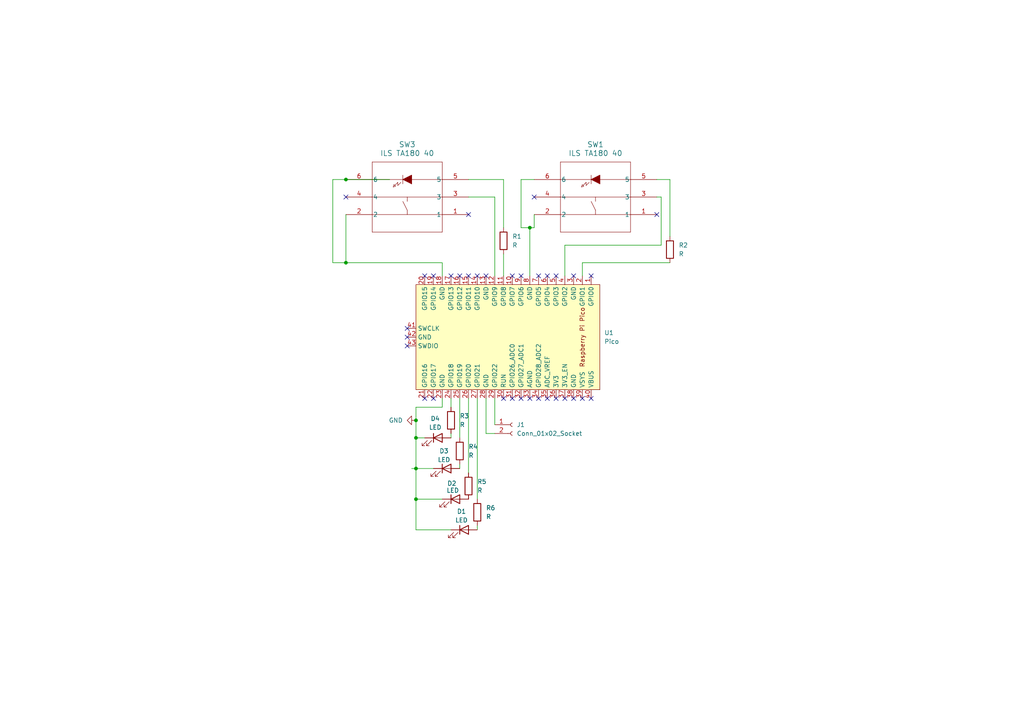
<source format=kicad_sch>
(kicad_sch (version 20231120) (generator "eeschema") (generator_version "8.0")
  (paper "A4")
  (lib_symbols
    (symbol "2025-01-25_16-22-55:ILS_TA180_40" (pin_names (offset 0.254))
      (property "Reference" "SW" (at 17.78 10.16 0))
      (property "Value" "ILS TA180 40" (at 17.78 7.62 0))
      (symbol "ILS_TA180_40_0_1"
        (polyline (pts (xy 7.62 -15.24) (xy 27.94 -15.24)) (stroke (width 0.127)))
        (polyline (pts (xy 7.62 -10.16) (xy 27.94 -10.16)) (stroke (width 0.127)))
        (polyline (pts (xy 7.62 -5.08) (xy 27.94 -5.08)) (stroke (width 0.127)))
        (polyline (pts (xy 7.62 0) (xy 27.94 0)) (stroke (width 0.127)))
        (polyline (pts (xy 7.62 5.08) (xy 7.62 -15.24)) (stroke (width 0.127)))
        (polyline (pts (xy 16.51 -11.43) (xy 19.05 -10.16)) (stroke (width 0.127)))
        (polyline (pts (xy 16.51 -8.89) (xy 16.51 -11.43)) (stroke (width 0.127)))
        (polyline (pts (xy 16.51 -8.89) (xy 19.05 -10.16)) (stroke (width 0.127)))
        (polyline (pts (xy 17.78 -3.81) (xy 17.78 -5.08)) (stroke (width 0.127)))
        (polyline (pts (xy 17.78 -1.27) (xy 19.05 -3.81)) (stroke (width 0.127)))
        (polyline (pts (xy 17.78 0) (xy 17.78 -1.27)) (stroke (width 0.127)))
        (polyline (pts (xy 19.05 -8.89) (xy 19.05 -11.43)) (stroke (width 0.127)))
        (polyline (pts (xy 19.608 -9.339) (xy 20.506 -8.441)) (stroke (width 0.127)))
        (polyline (pts (xy 20.506 -9.339) (xy 21.404 -8.441)) (stroke (width 0.127)))
        (polyline (pts (xy 20.506 -8.441) (xy 20.506 -9.339)) (stroke (width 0.127)))
        (polyline (pts (xy 21.1795 -8.2165) (xy 21.6285 -8.6655)) (stroke (width 0.127)))
        (polyline (pts (xy 21.1795 -8.2165) (xy 21.853 -7.992)) (stroke (width 0.127)))
        (polyline (pts (xy 21.853 -7.992) (xy 21.6285 -8.6655)) (stroke (width 0.127)))
        (polyline (pts (xy 27.94 -15.24) (xy 27.94 5.08)) (stroke (width 0.127)))
        (polyline (pts (xy 27.94 5.08) (xy 7.62 5.08)) (stroke (width 0.127)))
        (polyline (pts (xy 16.51 -8.89) (xy 16.51 -11.43) (xy 19.05 -10.16)) (fill (type outline)))
        (pin unspecified line (at 0 0 0) (length 7.62) (name "1") (number "1"))
        (pin unspecified line (at 35.56 0 180) (length 7.62) (name "2") (number "2"))
        (pin unspecified line (at 0 -5.08 0) (length 7.62) (name "3") (number "3"))
        (pin unspecified line (at 35.56 -5.08 180) (length 7.62) (name "4") (number "4"))
        (pin unspecified line (at 0 -10.16 0) (length 7.62) (name "5") (number "5"))
        (pin unspecified line (at 35.56 -10.16 180) (length 7.62) (name "6") (number "6"))
      )
    )
    (symbol "Connector:Conn_01x02_Socket" (pin_names (offset 1.016) hide)
      (property "Reference" "J" (at 0 2.54 0))
      (property "Value" "Conn_01x02_Socket" (at 0 -5.08 0))
      (symbol "Conn_01x02_Socket_1_1"
        (arc (start 0 -2.032) (mid -0.5058 -2.54) (end 0 -3.048) (stroke (width 0.1524)))
        (polyline (pts (xy -1.27 -2.54) (xy -0.508 -2.54)) (stroke (width 0.1524)))
        (polyline (pts (xy -1.27 0) (xy -0.508 0)) (stroke (width 0.1524)))
        (arc (start 0 0.508) (mid -0.5058 0) (end 0 -0.508) (stroke (width 0.1524)))
        (pin passive line (at -5.08 0 0) (length 3.81) (name "Pin_1") (number "1"))
        (pin passive line (at -5.08 -2.54 0) (length 3.81) (name "Pin_2") (number "2"))
      )
    )
    (symbol "Device:LED" (pin_numbers hide) (pin_names (offset 1.016) hide)
      (property "Reference" "D" (at 0 2.54 0))
      (property "Value" "LED" (at 0 -2.54 0))
      (symbol "LED_0_1"
        (polyline (pts (xy -1.27 -1.27) (xy -1.27 1.27)) (stroke (width 0.254)))
        (polyline (pts (xy -1.27 0) (xy 1.27 0)))
        (polyline (pts (xy 1.27 -1.27) (xy 1.27 1.27) (xy -1.27 0) (xy 1.27 -1.27)) (stroke (width 0.254)))
        (polyline (pts (xy -3.048 -0.762) (xy -4.572 -2.286) (xy -3.81 -2.286) (xy -4.572 -2.286) (xy -4.572 -1.524)))
        (polyline (pts (xy -1.778 -0.762) (xy -3.302 -2.286) (xy -2.54 -2.286) (xy -3.302 -2.286) (xy -3.302 -1.524)))
      )
      (symbol "LED_1_1"
        (pin passive line (at -3.81 0 0) (length 2.54) (name "K") (number "1"))
        (pin passive line (at 3.81 0 180) (length 2.54) (name "A") (number "2"))
      )
    )
    (symbol "Device:R" (pin_numbers hide) (pin_names (offset 0))
      (property "Reference" "R" (at 2.032 0 90))
      (property "Value" "R" (at 0 0 90))
      (symbol "R_0_1"
        (rectangle (start -1.016 -2.54) (end 1.016 2.54) (stroke (width 0.254)))
      )
      (symbol "R_1_1"
        (pin passive line (at 0 3.81 270) (length 1.27) (name "~") (number "1"))
        (pin passive line (at 0 -3.81 90) (length 1.27) (name "~") (number "2"))
      )
    )
    (symbol "MCU_RaspberryPi_and_Boards:Pico"
      (property "Reference" "U" (at -13.97 27.94 0))
      (property "Value" "Pico" (at 0 19.05 0))
      (symbol "Pico_0_0"
        (text "Raspberry Pi Pico" (at 0 21.59 0) (effects (font (size 1.27 1.27))))
      )
      (symbol "Pico_0_1"
        (rectangle (start -15.24 26.67) (end 15.24 -26.67) (fill (type background)))
      )
      (symbol "Pico_1_1"
        (pin bidirectional line (at -17.78 24.13 0) (length 2.54) (name "GPIO0") (number "1"))
        (pin bidirectional line (at -17.78 1.27 0) (length 2.54) (name "GPIO7") (number "10"))
        (pin bidirectional line (at -17.78 -1.27 0) (length 2.54) (name "GPIO8") (number "11"))
        (pin bidirectional line (at -17.78 -3.81 0) (length 2.54) (name "GPIO9") (number "12"))
        (pin power_in line (at -17.78 -6.35 0) (length 2.54) (name "GND") (number "13"))
        (pin bidirectional line (at -17.78 -8.89 0) (length 2.54) (name "GPIO10") (number "14"))
        (pin bidirectional line (at -17.78 -11.43 0) (length 2.54) (name "GPIO11") (number "15"))
        (pin bidirectional line (at -17.78 -13.97 0) (length 2.54) (name "GPIO12") (number "16"))
        (pin bidirectional line (at -17.78 -16.51 0) (length 2.54) (name "GPIO13") (number "17"))
        (pin power_in line (at -17.78 -19.05 0) (length 2.54) (name "GND") (number "18"))
        (pin bidirectional line (at -17.78 -21.59 0) (length 2.54) (name "GPIO14") (number "19"))
        (pin bidirectional line (at -17.78 21.59 0) (length 2.54) (name "GPIO1") (number "2"))
        (pin bidirectional line (at -17.78 -24.13 0) (length 2.54) (name "GPIO15") (number "20"))
        (pin bidirectional line (at 17.78 -24.13 180) (length 2.54) (name "GPIO16") (number "21"))
        (pin bidirectional line (at 17.78 -21.59 180) (length 2.54) (name "GPIO17") (number "22"))
        (pin power_in line (at 17.78 -19.05 180) (length 2.54) (name "GND") (number "23"))
        (pin bidirectional line (at 17.78 -16.51 180) (length 2.54) (name "GPIO18") (number "24"))
        (pin bidirectional line (at 17.78 -13.97 180) (length 2.54) (name "GPIO19") (number "25"))
        (pin bidirectional line (at 17.78 -11.43 180) (length 2.54) (name "GPIO20") (number "26"))
        (pin bidirectional line (at 17.78 -8.89 180) (length 2.54) (name "GPIO21") (number "27"))
        (pin power_in line (at 17.78 -6.35 180) (length 2.54) (name "GND") (number "28"))
        (pin bidirectional line (at 17.78 -3.81 180) (length 2.54) (name "GPIO22") (number "29"))
        (pin power_in line (at -17.78 19.05 0) (length 2.54) (name "GND") (number "3"))
        (pin input line (at 17.78 -1.27 180) (length 2.54) (name "RUN") (number "30"))
        (pin bidirectional line (at 17.78 1.27 180) (length 2.54) (name "GPIO26_ADC0") (number "31"))
        (pin bidirectional line (at 17.78 3.81 180) (length 2.54) (name "GPIO27_ADC1") (number "32"))
        (pin power_in line (at 17.78 6.35 180) (length 2.54) (name "AGND") (number "33"))
        (pin bidirectional line (at 17.78 8.89 180) (length 2.54) (name "GPIO28_ADC2") (number "34"))
        (pin power_in line (at 17.78 11.43 180) (length 2.54) (name "ADC_VREF") (number "35"))
        (pin power_in line (at 17.78 13.97 180) (length 2.54) (name "3V3") (number "36"))
        (pin input line (at 17.78 16.51 180) (length 2.54) (name "3V3_EN") (number "37"))
        (pin bidirectional line (at 17.78 19.05 180) (length 2.54) (name "GND") (number "38"))
        (pin power_in line (at 17.78 21.59 180) (length 2.54) (name "VSYS") (number "39"))
        (pin bidirectional line (at -17.78 16.51 0) (length 2.54) (name "GPIO2") (number "4"))
        (pin power_in line (at 17.78 24.13 180) (length 2.54) (name "VBUS") (number "40"))
        (pin input line (at -2.54 -29.21 90) (length 2.54) (name "SWCLK") (number "41"))
        (pin power_in line (at 0 -29.21 90) (length 2.54) (name "GND") (number "42"))
        (pin bidirectional line (at 2.54 -29.21 90) (length 2.54) (name "SWDIO") (number "43"))
        (pin bidirectional line (at -17.78 13.97 0) (length 2.54) (name "GPIO3") (number "5"))
        (pin bidirectional line (at -17.78 11.43 0) (length 2.54) (name "GPIO4") (number "6"))
        (pin bidirectional line (at -17.78 8.89 0) (length 2.54) (name "GPIO5") (number "7"))
        (pin power_in line (at -17.78 6.35 0) (length 2.54) (name "GND") (number "8"))
        (pin bidirectional line (at -17.78 3.81 0) (length 2.54) (name "GPIO6") (number "9"))
      )
    )
    (symbol "power:GND" (power) (pin_numbers hide) (pin_names (offset 0) hide)
      (property "Value" "GND" (at 0 -3.81 0))
      (symbol "GND_0_1"
        (polyline (pts (xy 0 0) (xy 0 -1.27) (xy 1.27 -1.27) (xy 0 -2.54) (xy -1.27 -1.27) (xy 0 -1.27)))
      )
      (symbol "GND_1_1"
        (pin power_in line (at 0 0 270) (length 0) (name "~") (number "1"))
      )
    )
  )
  (junction (at 120.65 144.78))
  (junction (at 153.67 66.04))
  (junction (at 120.65 121.92))
  (junction (at 120.65 135.89))
  (junction (at 120.65 127))
  (junction (at 100.33 76.2))
  (junction (at 100.33 52.07))
  (no_connect (at 158.75 115.57))
  (no_connect (at 118.11 95.25))
  (no_connect (at 158.75 80.01))
  (no_connect (at 125.73 115.57))
  (no_connect (at 140.97 80.01))
  (no_connect (at 168.91 115.57))
  (no_connect (at 100.33 57.15))
  (no_connect (at 146.05 115.57))
  (no_connect (at 148.59 80.01))
  (no_connect (at 118.11 97.79))
  (no_connect (at 166.37 80.01))
  (no_connect (at 151.13 80.01))
  (no_connect (at 118.11 100.33))
  (no_connect (at 133.35 80.01))
  (no_connect (at 138.43 80.01))
  (no_connect (at 161.29 80.01))
  (no_connect (at 161.29 115.57))
  (no_connect (at 156.21 115.57))
  (no_connect (at 123.19 80.01))
  (no_connect (at 130.81 80.01))
  (no_connect (at 154.94 57.15))
  (no_connect (at 151.13 115.57))
  (no_connect (at 171.45 115.57))
  (no_connect (at 125.73 80.01))
  (no_connect (at 163.83 115.57))
  (no_connect (at 166.37 115.57))
  (no_connect (at 171.45 80.01))
  (no_connect (at 190.5 62.23))
  (no_connect (at 135.89 80.01))
  (no_connect (at 123.19 115.57))
  (no_connect (at 156.21 80.01))
  (no_connect (at 153.67 115.57))
  (no_connect (at 135.89 62.23))
  (no_connect (at 148.59 115.57))
  (wire (pts (xy 154.94 52.07) (xy 151.13 52.07)))
  (wire (pts (xy 120.65 127) (xy 123.19 127)))
  (wire (pts (xy 135.89 52.07) (xy 146.05 52.07)))
  (wire (pts (xy 133.35 134.62) (xy 133.35 135.89)))
  (wire (pts (xy 151.13 66.04) (xy 153.67 66.04)))
  (wire (pts (xy 163.83 71.12) (xy 191.77 71.12)))
  (wire (pts (xy 120.65 135.89) (xy 125.73 135.89)))
  (wire (pts (xy 100.33 62.23) (xy 100.33 76.2)))
  (wire (pts (xy 190.5 57.15) (xy 191.77 57.15)))
  (wire (pts (xy 138.43 115.57) (xy 138.43 144.78)))
  (wire (pts (xy 146.05 66.04) (xy 146.05 52.07)))
  (wire (pts (xy 120.65 144.78) (xy 120.65 135.89)))
  (wire (pts (xy 140.97 115.57) (xy 140.97 125.73)))
  (wire (pts (xy 143.51 115.57) (xy 143.51 123.19)))
  (wire (pts (xy 168.91 76.2) (xy 194.31 76.2)))
  (wire (pts (xy 154.94 66.04) (xy 153.67 66.04)))
  (wire (pts (xy 146.05 73.66) (xy 146.05 80.01)))
  (wire (pts (xy 120.65 135.89) (xy 120.65 127)))
  (wire (pts (xy 130.81 125.73) (xy 130.81 127)))
  (wire (pts (xy 168.91 80.01) (xy 168.91 76.2)))
  (wire (pts (xy 128.27 118.11) (xy 128.27 115.57)))
  (wire (pts (xy 119.38 135.89) (xy 120.65 135.89)))
  (wire (pts (xy 133.35 115.57) (xy 133.35 127)))
  (wire (pts (xy 163.83 80.01) (xy 163.83 71.12)))
  (wire (pts (xy 130.81 153.67) (xy 120.65 153.67)))
  (wire (pts (xy 153.67 66.04) (xy 153.67 80.01)))
  (wire (pts (xy 154.94 62.23) (xy 154.94 66.04)))
  (wire (pts (xy 130.81 115.57) (xy 130.81 118.11)))
  (wire (pts (xy 96.52 52.07) (xy 96.52 76.2)))
  (wire (pts (xy 128.27 144.78) (xy 120.65 144.78)))
  (wire (pts (xy 151.13 52.07) (xy 151.13 66.04)))
  (wire (pts (xy 190.5 52.07) (xy 194.31 52.07)))
  (wire (pts (xy 191.77 71.12) (xy 191.77 57.15)))
  (wire (pts (xy 120.65 127) (xy 120.65 121.92)))
  (wire (pts (xy 100.33 52.07) (xy 113.03 52.07)))
  (wire (pts (xy 120.65 153.67) (xy 120.65 144.78)))
  (wire (pts (xy 100.33 76.2) (xy 128.27 76.2)))
  (wire (pts (xy 194.31 52.07) (xy 194.31 68.58)))
  (wire (pts (xy 143.51 57.15) (xy 143.51 80.01)))
  (wire (pts (xy 120.65 118.11) (xy 128.27 118.11)))
  (wire (pts (xy 138.43 153.67) (xy 138.43 152.4)))
  (wire (pts (xy 96.52 76.2) (xy 100.33 76.2)))
  (wire (pts (xy 128.27 76.2) (xy 128.27 80.01)))
  (wire (pts (xy 143.51 57.15) (xy 135.89 57.15)))
  (wire (pts (xy 135.89 115.57) (xy 135.89 137.16)))
  (wire (pts (xy 100.33 52.07) (xy 96.52 52.07)))
  (wire (pts (xy 120.65 121.92) (xy 120.65 118.11)))
  (wire (pts (xy 140.97 125.73) (xy 143.51 125.73)))
  (symbol (lib_id "Device:R") (at 194.31 72.39 0) (unit 1)
    (property "Reference" "R2" (at 196.85 71.1199 0) (effects (justify left)))
    (property "Value" "R" (at 196.85 73.6599 0) (effects (justify left)))
    (property "Footprint" "Resistor_THT:R_Axial_DIN0309_L9.0mm_D3.2mm_P12.70mm_Horizontal" (effects (hide yes)))
    (property "Description" "Resistor" (effects (hide yes)))
  )
  (symbol (lib_id "Connector:Conn_01x02_Socket") (at 148.59 123.19 0) (unit 1)
    (property "Reference" "J1" (at 149.86 123.1899 0) (effects (justify left)))
    (property "Value" "Conn_01x02_Socket" (at 149.86 125.7299 0) (effects (justify left)))
    (property "Description" "Generic connector, single row, 01x02, script generated" (effects (hide yes)))
  )
  (symbol (lib_id "Device:R") (at 135.89 140.97 0) (unit 1)
    (property "Reference" "R5" (at 138.43 139.6999 0) (effects (justify left)))
    (property "Value" "R" (at 138.43 142.2399 0) (effects (justify left)))
    (property "Footprint" "Resistor_THT:R_Axial_DIN0309_L9.0mm_D3.2mm_P12.70mm_Horizontal" (effects (hide yes)))
    (property "Description" "Resistor" (effects (hide yes)))
  )
  (symbol (lib_id "2025-01-25_16-22-55:ILS_TA180_40") (at 190.5 62.23 180) (unit 1)
    (property "Reference" "SW1" (at 172.72 41.91 0) (effects (font (size 1.524 1.524))))
    (property "Value" "ILS TA180 40" (at 172.72 44.45 0) (effects (font (size 1.524 1.524))))
    (property "Footprint" "footprints:SW6_ILS TA180 40_CNK" (effects (hide yes)))
    (property "Datasheet" "ILS TA180 40" (effects (hide yes)))
  )
  (symbol (lib_id "power:GND") (at 120.65 121.92 270) (unit 1)
    (property "Reference" "#PWR03" (effects (hide yes)))
    (property "Value" "GND" (at 116.84 121.9199 90) (effects (justify right)))
    (property "Description" "Power symbol creates a global label with name \"GND\" , ground" (effects (hide yes)))
  )
  (symbol (lib_id "Device:LED") (at 134.62 153.67 0) (unit 1)
    (property "Reference" "D1" (at 133.858 148.336 0))
    (property "Value" "LED" (at 133.858 150.876 0))
    (property "Footprint" "LED_THT:LED_D5.0mm_Clear" (effects (hide yes)))
    (property "Description" "Light emitting diode" (effects (hide yes)))
  )
  (symbol (lib_id "Device:R") (at 130.81 121.92 0) (unit 1)
    (property "Reference" "R3" (at 133.35 120.6499 0) (effects (justify left)))
    (property "Value" "R" (at 133.35 123.1899 0) (effects (justify left)))
    (property "Footprint" "Resistor_THT:R_Axial_DIN0309_L9.0mm_D3.2mm_P12.70mm_Horizontal" (effects (hide yes)))
    (property "Description" "Resistor" (effects (hide yes)))
  )
  (symbol (lib_id "Device:R") (at 138.43 148.59 0) (unit 1)
    (property "Reference" "R6" (at 140.97 147.3199 0) (effects (justify left)))
    (property "Value" "R" (at 140.97 149.8599 0) (effects (justify left)))
    (property "Footprint" "Resistor_THT:R_Axial_DIN0309_L9.0mm_D3.2mm_P12.70mm_Horizontal" (effects (hide yes)))
    (property "Description" "Resistor" (effects (hide yes)))
  )
  (symbol (lib_id "Device:R") (at 146.05 69.85 0) (unit 1)
    (property "Reference" "R1" (at 148.59 68.5799 0) (effects (justify left)))
    (property "Value" "R" (at 148.59 71.1199 0) (effects (justify left)))
    (property "Footprint" "Resistor_THT:R_Axial_DIN0309_L9.0mm_D3.2mm_P12.70mm_Horizontal" (effects (hide yes)))
    (property "Description" "Resistor" (effects (hide yes)))
  )
  (symbol (lib_id "Device:LED") (at 129.54 135.89 0) (unit 1)
    (property "Reference" "D3" (at 128.778 130.81 0))
    (property "Value" "LED" (at 128.778 133.35 0))
    (property "Footprint" "LED_THT:LED_D5.0mm_Clear" (effects (hide yes)))
    (property "Description" "Light emitting diode" (effects (hide yes)))
  )
  (symbol (lib_id "Device:R") (at 133.35 130.81 0) (unit 1)
    (property "Reference" "R4" (at 135.89 129.5399 0) (effects (justify left)))
    (property "Value" "R" (at 135.89 132.0799 0) (effects (justify left)))
    (property "Footprint" "Resistor_THT:R_Axial_DIN0309_L9.0mm_D3.2mm_P12.70mm_Horizontal" (effects (hide yes)))
    (property "Description" "Resistor" (effects (hide yes)))
  )
  (symbol (lib_id "Device:LED") (at 127 127 0) (unit 1)
    (property "Reference" "D4" (at 126.238 121.412 0))
    (property "Value" "LED" (at 126.238 123.952 0))
    (property "Footprint" "LED_THT:LED_D5.0mm_Clear" (effects (hide yes)))
    (property "Description" "Light emitting diode" (effects (hide yes)))
  )
  (symbol (lib_id "MCU_RaspberryPi_and_Boards:Pico") (at 147.32 97.79 270) (unit 1)
    (property "Reference" "U1" (at 175.26 96.5199 90) (effects (justify left)))
    (property "Value" "Pico" (at 175.26 99.0599 90) (effects (justify left)))
    (property "Footprint" "MCU_RaspberryPi_and_Boards:RPi_Pico_SMD_TH" (effects (hide yes)))
  )
  (symbol (lib_id "2025-01-25_16-22-55:ILS_TA180_40") (at 135.89 62.23 180) (unit 1)
    (property "Reference" "SW3" (at 118.11 41.91 0) (effects (font (size 1.524 1.524))))
    (property "Value" "ILS TA180 40" (at 118.11 44.45 0) (effects (font (size 1.524 1.524))))
    (property "Footprint" "footprints:SW6_ILS TA180 40_CNK" (effects (hide yes)))
    (property "Datasheet" "ILS TA180 40" (effects (hide yes)))
  )
  (symbol (lib_id "Device:LED") (at 132.08 144.78 0) (unit 1)
    (property "Reference" "D2" (at 131.064 140.208 0))
    (property "Value" "LED" (at 131.318 142.24 0))
    (property "Footprint" "LED_THT:LED_D5.0mm_Clear" (effects (hide yes)))
    (property "Description" "Light emitting diode" (effects (hide yes)))
  )
)
</source>
